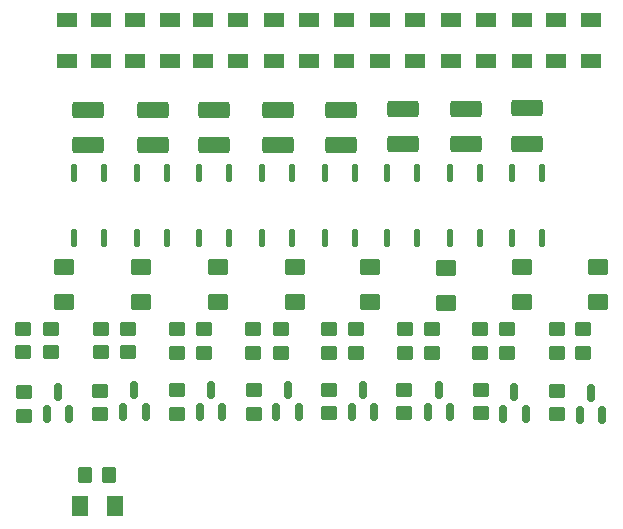
<source format=gbr>
%TF.GenerationSoftware,KiCad,Pcbnew,6.0.11+dfsg-1~bpo11+1*%
%TF.CreationDate,2023-07-05T16:24:21+02:00*%
%TF.ProjectId,dout8rib21,646f7574-3872-4696-9232-312e6b696361,1.1*%
%TF.SameCoordinates,Original*%
%TF.FileFunction,Paste,Top*%
%TF.FilePolarity,Positive*%
%FSLAX46Y46*%
G04 Gerber Fmt 4.6, Leading zero omitted, Abs format (unit mm)*
G04 Created by KiCad (PCBNEW 6.0.11+dfsg-1~bpo11+1) date 2023-07-05 16:24:21*
%MOMM*%
%LPD*%
G01*
G04 APERTURE LIST*
G04 Aperture macros list*
%AMRoundRect*
0 Rectangle with rounded corners*
0 $1 Rounding radius*
0 $2 $3 $4 $5 $6 $7 $8 $9 X,Y pos of 4 corners*
0 Add a 4 corners polygon primitive as box body*
4,1,4,$2,$3,$4,$5,$6,$7,$8,$9,$2,$3,0*
0 Add four circle primitives for the rounded corners*
1,1,$1+$1,$2,$3*
1,1,$1+$1,$4,$5*
1,1,$1+$1,$6,$7*
1,1,$1+$1,$8,$9*
0 Add four rect primitives between the rounded corners*
20,1,$1+$1,$2,$3,$4,$5,0*
20,1,$1+$1,$4,$5,$6,$7,0*
20,1,$1+$1,$6,$7,$8,$9,0*
20,1,$1+$1,$8,$9,$2,$3,0*%
G04 Aperture macros list end*
%ADD10RoundRect,0.137500X0.137500X-0.587500X0.137500X0.587500X-0.137500X0.587500X-0.137500X-0.587500X0*%
%ADD11R,1.700000X1.300000*%
%ADD12RoundRect,0.150000X0.150000X-0.587500X0.150000X0.587500X-0.150000X0.587500X-0.150000X-0.587500X0*%
%ADD13RoundRect,0.250001X1.074999X-0.462499X1.074999X0.462499X-1.074999X0.462499X-1.074999X-0.462499X0*%
%ADD14RoundRect,0.250001X-0.624999X0.462499X-0.624999X-0.462499X0.624999X-0.462499X0.624999X0.462499X0*%
%ADD15RoundRect,0.250000X0.450000X-0.350000X0.450000X0.350000X-0.450000X0.350000X-0.450000X-0.350000X0*%
%ADD16RoundRect,0.250001X0.462499X0.624999X-0.462499X0.624999X-0.462499X-0.624999X0.462499X-0.624999X0*%
%ADD17RoundRect,0.250000X-0.350000X-0.450000X0.350000X-0.450000X0.350000X0.450000X-0.350000X0.450000X0*%
G04 APERTURE END LIST*
D10*
%TO.C,U6*%
X143830000Y-94950000D03*
X146370000Y-94950000D03*
X146370000Y-89450000D03*
X143830000Y-89450000D03*
%TD*%
D11*
%TO.C,D23*%
X132600000Y-80000000D03*
X132600000Y-76500000D03*
%TD*%
D12*
%TO.C,Q4*%
X156740000Y-109690000D03*
X158640000Y-109690000D03*
X157690000Y-107815000D03*
%TD*%
%TO.C,Q7*%
X137370000Y-109710000D03*
X139270000Y-109710000D03*
X138320000Y-107835000D03*
%TD*%
D13*
%TO.C,F8*%
X134400000Y-87075000D03*
X134400000Y-84100000D03*
%TD*%
D14*
%TO.C,D21*%
X132400000Y-97425000D03*
X132400000Y-100400000D03*
%TD*%
D13*
%TO.C,F7*%
X139900000Y-87075000D03*
X139900000Y-84100000D03*
%TD*%
D12*
%TO.C,Q1*%
X176050000Y-109937500D03*
X177950000Y-109937500D03*
X177000000Y-108062500D03*
%TD*%
D15*
%TO.C,R15*%
X141900000Y-109840000D03*
X141900000Y-107840000D03*
%TD*%
D11*
%TO.C,D18*%
X153100000Y-76500000D03*
X153100000Y-80000000D03*
%TD*%
D14*
%TO.C,D4*%
X164700000Y-97500000D03*
X164700000Y-100475000D03*
%TD*%
D15*
%TO.C,R20*%
X135400000Y-109900000D03*
X135400000Y-107900000D03*
%TD*%
%TO.C,R6*%
X174100000Y-104700000D03*
X174100000Y-102700000D03*
%TD*%
%TO.C,R12*%
X161200000Y-104700000D03*
X161200000Y-102700000D03*
%TD*%
D11*
%TO.C,D16*%
X165100000Y-76500000D03*
X165100000Y-80000000D03*
%TD*%
%TO.C,D17*%
X159100000Y-76500000D03*
X159100000Y-80000000D03*
%TD*%
D12*
%TO.C,Q2*%
X169550000Y-109875000D03*
X171450000Y-109875000D03*
X170500000Y-108000000D03*
%TD*%
D11*
%TO.C,D14*%
X177000000Y-76500000D03*
X177000000Y-80000000D03*
%TD*%
%TO.C,D19*%
X147100000Y-76500000D03*
X147100000Y-80000000D03*
%TD*%
%TO.C,D15*%
X171100000Y-76500000D03*
X171100000Y-80000000D03*
%TD*%
%TO.C,D11*%
X156100000Y-80000000D03*
X156100000Y-76500000D03*
%TD*%
D13*
%TO.C,F2*%
X166400000Y-87000000D03*
X166400000Y-84025000D03*
%TD*%
D15*
%TO.C,R24*%
X135500000Y-104650000D03*
X135500000Y-102650000D03*
%TD*%
D13*
%TO.C,F3*%
X161100000Y-87000000D03*
X161100000Y-84025000D03*
%TD*%
D12*
%TO.C,Q3*%
X163160000Y-109690000D03*
X165060000Y-109690000D03*
X164110000Y-107815000D03*
%TD*%
D15*
%TO.C,R3*%
X167650000Y-109820000D03*
X167650000Y-107820000D03*
%TD*%
D14*
%TO.C,D2*%
X177600000Y-97425000D03*
X177600000Y-100400000D03*
%TD*%
D13*
%TO.C,F1*%
X171600000Y-86975000D03*
X171600000Y-84000000D03*
%TD*%
D15*
%TO.C,R18*%
X148400000Y-104700000D03*
X148400000Y-102700000D03*
%TD*%
D10*
%TO.C,U5*%
X149130000Y-94950000D03*
X151670000Y-94950000D03*
X151670000Y-89450000D03*
X149130000Y-89450000D03*
%TD*%
D15*
%TO.C,R16*%
X150700000Y-104700000D03*
X150700000Y-102700000D03*
%TD*%
D14*
%TO.C,D7*%
X145400000Y-97412500D03*
X145400000Y-100387500D03*
%TD*%
D15*
%TO.C,R17*%
X144200000Y-104700000D03*
X144200000Y-102700000D03*
%TD*%
D11*
%TO.C,D25*%
X135500000Y-76500000D03*
X135500000Y-80000000D03*
%TD*%
%TO.C,D9*%
X168100000Y-80000000D03*
X168100000Y-76500000D03*
%TD*%
D10*
%TO.C,U7*%
X133230000Y-94950000D03*
X135770000Y-94950000D03*
X135770000Y-89450000D03*
X133230000Y-89450000D03*
%TD*%
D11*
%TO.C,D12*%
X150100000Y-80000000D03*
X150100000Y-76500000D03*
%TD*%
D14*
%TO.C,D3*%
X171100000Y-97425000D03*
X171100000Y-100400000D03*
%TD*%
D10*
%TO.C,U1*%
X170330000Y-94950000D03*
X172870000Y-94950000D03*
X172870000Y-89450000D03*
X170330000Y-89450000D03*
%TD*%
D11*
%TO.C,D10*%
X162100000Y-80000000D03*
X162100000Y-76500000D03*
%TD*%
D13*
%TO.C,F4*%
X155800000Y-87075000D03*
X155800000Y-84100000D03*
%TD*%
D12*
%TO.C,Q8*%
X130900000Y-109900000D03*
X132800000Y-109900000D03*
X131850000Y-108025000D03*
%TD*%
D15*
%TO.C,R25*%
X128900000Y-104650000D03*
X128900000Y-102650000D03*
%TD*%
D11*
%TO.C,D13*%
X144100000Y-80000000D03*
X144100000Y-76500000D03*
%TD*%
D15*
%TO.C,R8*%
X161190000Y-109810000D03*
X161190000Y-107810000D03*
%TD*%
%TO.C,R11*%
X157100000Y-104700000D03*
X157100000Y-102700000D03*
%TD*%
%TO.C,R22*%
X137800000Y-104650000D03*
X137800000Y-102650000D03*
%TD*%
D11*
%TO.C,D22*%
X138400000Y-80000000D03*
X138400000Y-76500000D03*
%TD*%
D10*
%TO.C,U2*%
X165030000Y-94950000D03*
X167570000Y-94950000D03*
X167570000Y-89450000D03*
X165030000Y-89450000D03*
%TD*%
D15*
%TO.C,R5*%
X169900000Y-104700000D03*
X169900000Y-102700000D03*
%TD*%
D13*
%TO.C,F5*%
X150500000Y-87100000D03*
X150500000Y-84125000D03*
%TD*%
D16*
%TO.C,D1*%
X136675000Y-117660000D03*
X133700000Y-117660000D03*
%TD*%
D10*
%TO.C,U8*%
X138530000Y-94950000D03*
X141070000Y-94950000D03*
X141070000Y-89450000D03*
X138530000Y-89450000D03*
%TD*%
D15*
%TO.C,R4*%
X176300000Y-104700000D03*
X176300000Y-102700000D03*
%TD*%
%TO.C,R9*%
X154800000Y-109800000D03*
X154800000Y-107800000D03*
%TD*%
%TO.C,R13*%
X154800000Y-104700000D03*
X154800000Y-102700000D03*
%TD*%
%TO.C,R19*%
X141900000Y-104700000D03*
X141900000Y-102700000D03*
%TD*%
%TO.C,R14*%
X148420000Y-109830000D03*
X148420000Y-107830000D03*
%TD*%
D12*
%TO.C,Q6*%
X143850000Y-109720000D03*
X145750000Y-109720000D03*
X144800000Y-107845000D03*
%TD*%
D13*
%TO.C,F6*%
X145100000Y-87075000D03*
X145100000Y-84100000D03*
%TD*%
D11*
%TO.C,D8*%
X174000000Y-80000000D03*
X174000000Y-76500000D03*
%TD*%
D10*
%TO.C,U3*%
X159730000Y-94950000D03*
X162270000Y-94950000D03*
X162270000Y-89450000D03*
X159730000Y-89450000D03*
%TD*%
D15*
%TO.C,R23*%
X131300000Y-104650000D03*
X131300000Y-102650000D03*
%TD*%
D17*
%TO.C,R1*%
X134160000Y-115010000D03*
X136160000Y-115010000D03*
%TD*%
D15*
%TO.C,R21*%
X129000000Y-110000000D03*
X129000000Y-108000000D03*
%TD*%
D10*
%TO.C,U4*%
X154430000Y-94950000D03*
X156970000Y-94950000D03*
X156970000Y-89450000D03*
X154430000Y-89450000D03*
%TD*%
D12*
%TO.C,Q5*%
X150340000Y-109710000D03*
X152240000Y-109710000D03*
X151290000Y-107835000D03*
%TD*%
D14*
%TO.C,D6*%
X151900000Y-97400000D03*
X151900000Y-100375000D03*
%TD*%
%TO.C,D20*%
X138900000Y-97412500D03*
X138900000Y-100387500D03*
%TD*%
D15*
%TO.C,R10*%
X163500000Y-104700000D03*
X163500000Y-102700000D03*
%TD*%
%TO.C,R2*%
X174100000Y-109900000D03*
X174100000Y-107900000D03*
%TD*%
D14*
%TO.C,D5*%
X158300000Y-97400000D03*
X158300000Y-100375000D03*
%TD*%
D15*
%TO.C,R7*%
X167600000Y-104700000D03*
X167600000Y-102700000D03*
%TD*%
D11*
%TO.C,D24*%
X141300000Y-76500000D03*
X141300000Y-80000000D03*
%TD*%
M02*

</source>
